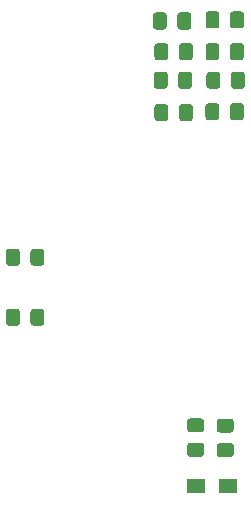
<source format=gbp>
G04 #@! TF.GenerationSoftware,KiCad,Pcbnew,(5.1.12)-1*
G04 #@! TF.CreationDate,2022-07-24T10:45:22+02:00*
G04 #@! TF.ProjectId,telemetria tyl,74656c65-6d65-4747-9269-612074796c2e,rev?*
G04 #@! TF.SameCoordinates,Original*
G04 #@! TF.FileFunction,Paste,Bot*
G04 #@! TF.FilePolarity,Positive*
%FSLAX46Y46*%
G04 Gerber Fmt 4.6, Leading zero omitted, Abs format (unit mm)*
G04 Created by KiCad (PCBNEW (5.1.12)-1) date 2022-07-24 10:45:22*
%MOMM*%
%LPD*%
G01*
G04 APERTURE LIST*
%ADD10R,1.500000X1.200000*%
G04 APERTURE END LIST*
G36*
G01*
X175912800Y-132950800D02*
X174962800Y-132950800D01*
G75*
G02*
X174712800Y-132700800I0J250000D01*
G01*
X174712800Y-132025800D01*
G75*
G02*
X174962800Y-131775800I250000J0D01*
G01*
X175912800Y-131775800D01*
G75*
G02*
X176162800Y-132025800I0J-250000D01*
G01*
X176162800Y-132700800D01*
G75*
G02*
X175912800Y-132950800I-250000J0D01*
G01*
G37*
G36*
G01*
X175912800Y-135025800D02*
X174962800Y-135025800D01*
G75*
G02*
X174712800Y-134775800I0J250000D01*
G01*
X174712800Y-134100800D01*
G75*
G02*
X174962800Y-133850800I250000J0D01*
G01*
X175912800Y-133850800D01*
G75*
G02*
X176162800Y-134100800I0J-250000D01*
G01*
X176162800Y-134775800D01*
G75*
G02*
X175912800Y-135025800I-250000J0D01*
G01*
G37*
G36*
G01*
X173398200Y-135000400D02*
X172448200Y-135000400D01*
G75*
G02*
X172198200Y-134750400I0J250000D01*
G01*
X172198200Y-134075400D01*
G75*
G02*
X172448200Y-133825400I250000J0D01*
G01*
X173398200Y-133825400D01*
G75*
G02*
X173648200Y-134075400I0J-250000D01*
G01*
X173648200Y-134750400D01*
G75*
G02*
X173398200Y-135000400I-250000J0D01*
G01*
G37*
G36*
G01*
X173398200Y-132925400D02*
X172448200Y-132925400D01*
G75*
G02*
X172198200Y-132675400I0J250000D01*
G01*
X172198200Y-132000400D01*
G75*
G02*
X172448200Y-131750400I250000J0D01*
G01*
X173398200Y-131750400D01*
G75*
G02*
X173648200Y-132000400I0J-250000D01*
G01*
X173648200Y-132675400D01*
G75*
G02*
X173398200Y-132925400I-250000J0D01*
G01*
G37*
G36*
G01*
X156871000Y-123665000D02*
X156871000Y-122715000D01*
G75*
G02*
X157121000Y-122465000I250000J0D01*
G01*
X157796000Y-122465000D01*
G75*
G02*
X158046000Y-122715000I0J-250000D01*
G01*
X158046000Y-123665000D01*
G75*
G02*
X157796000Y-123915000I-250000J0D01*
G01*
X157121000Y-123915000D01*
G75*
G02*
X156871000Y-123665000I0J250000D01*
G01*
G37*
G36*
G01*
X158946000Y-123665000D02*
X158946000Y-122715000D01*
G75*
G02*
X159196000Y-122465000I250000J0D01*
G01*
X159871000Y-122465000D01*
G75*
G02*
X160121000Y-122715000I0J-250000D01*
G01*
X160121000Y-123665000D01*
G75*
G02*
X159871000Y-123915000I-250000J0D01*
G01*
X159196000Y-123915000D01*
G75*
G02*
X158946000Y-123665000I0J250000D01*
G01*
G37*
G36*
G01*
X158946000Y-118585000D02*
X158946000Y-117635000D01*
G75*
G02*
X159196000Y-117385000I250000J0D01*
G01*
X159871000Y-117385000D01*
G75*
G02*
X160121000Y-117635000I0J-250000D01*
G01*
X160121000Y-118585000D01*
G75*
G02*
X159871000Y-118835000I-250000J0D01*
G01*
X159196000Y-118835000D01*
G75*
G02*
X158946000Y-118585000I0J250000D01*
G01*
G37*
G36*
G01*
X156871000Y-118585000D02*
X156871000Y-117635000D01*
G75*
G02*
X157121000Y-117385000I250000J0D01*
G01*
X157796000Y-117385000D01*
G75*
G02*
X158046000Y-117635000I0J-250000D01*
G01*
X158046000Y-118585000D01*
G75*
G02*
X157796000Y-118835000I-250000J0D01*
G01*
X157121000Y-118835000D01*
G75*
G02*
X156871000Y-118585000I0J250000D01*
G01*
G37*
G36*
G01*
X175840501Y-101186000D02*
X175840501Y-100236000D01*
G75*
G02*
X176090501Y-99986000I250000J0D01*
G01*
X176765501Y-99986000D01*
G75*
G02*
X177015501Y-100236000I0J-250000D01*
G01*
X177015501Y-101186000D01*
G75*
G02*
X176765501Y-101436000I-250000J0D01*
G01*
X176090501Y-101436000D01*
G75*
G02*
X175840501Y-101186000I0J250000D01*
G01*
G37*
G36*
G01*
X173765501Y-101186000D02*
X173765501Y-100236000D01*
G75*
G02*
X174015501Y-99986000I250000J0D01*
G01*
X174690501Y-99986000D01*
G75*
G02*
X174940501Y-100236000I0J-250000D01*
G01*
X174940501Y-101186000D01*
G75*
G02*
X174690501Y-101436000I-250000J0D01*
G01*
X174015501Y-101436000D01*
G75*
G02*
X173765501Y-101186000I0J250000D01*
G01*
G37*
G36*
G01*
X172630500Y-102649000D02*
X172630500Y-103599000D01*
G75*
G02*
X172380500Y-103849000I-250000J0D01*
G01*
X171705500Y-103849000D01*
G75*
G02*
X171455500Y-103599000I0J250000D01*
G01*
X171455500Y-102649000D01*
G75*
G02*
X171705500Y-102399000I250000J0D01*
G01*
X172380500Y-102399000D01*
G75*
G02*
X172630500Y-102649000I0J-250000D01*
G01*
G37*
G36*
G01*
X170555500Y-102649000D02*
X170555500Y-103599000D01*
G75*
G02*
X170305500Y-103849000I-250000J0D01*
G01*
X169630500Y-103849000D01*
G75*
G02*
X169380500Y-103599000I0J250000D01*
G01*
X169380500Y-102649000D01*
G75*
G02*
X169630500Y-102399000I250000J0D01*
G01*
X170305500Y-102399000D01*
G75*
G02*
X170555500Y-102649000I0J-250000D01*
G01*
G37*
G36*
G01*
X173765501Y-98489999D02*
X173765501Y-97539999D01*
G75*
G02*
X174015501Y-97289999I250000J0D01*
G01*
X174690501Y-97289999D01*
G75*
G02*
X174940501Y-97539999I0J-250000D01*
G01*
X174940501Y-98489999D01*
G75*
G02*
X174690501Y-98739999I-250000J0D01*
G01*
X174015501Y-98739999D01*
G75*
G02*
X173765501Y-98489999I0J250000D01*
G01*
G37*
G36*
G01*
X175840501Y-98489999D02*
X175840501Y-97539999D01*
G75*
G02*
X176090501Y-97289999I250000J0D01*
G01*
X176765501Y-97289999D01*
G75*
G02*
X177015501Y-97539999I0J-250000D01*
G01*
X177015501Y-98489999D01*
G75*
G02*
X176765501Y-98739999I-250000J0D01*
G01*
X176090501Y-98739999D01*
G75*
G02*
X175840501Y-98489999I0J250000D01*
G01*
G37*
G36*
G01*
X172567000Y-97632500D02*
X172567000Y-98582500D01*
G75*
G02*
X172317000Y-98832500I-250000J0D01*
G01*
X171642000Y-98832500D01*
G75*
G02*
X171392000Y-98582500I0J250000D01*
G01*
X171392000Y-97632500D01*
G75*
G02*
X171642000Y-97382500I250000J0D01*
G01*
X172317000Y-97382500D01*
G75*
G02*
X172567000Y-97632500I0J-250000D01*
G01*
G37*
G36*
G01*
X170492000Y-97632500D02*
X170492000Y-98582500D01*
G75*
G02*
X170242000Y-98832500I-250000J0D01*
G01*
X169567000Y-98832500D01*
G75*
G02*
X169317000Y-98582500I0J250000D01*
G01*
X169317000Y-97632500D01*
G75*
G02*
X169567000Y-97382500I250000J0D01*
G01*
X170242000Y-97382500D01*
G75*
G02*
X170492000Y-97632500I0J-250000D01*
G01*
G37*
G36*
G01*
X175837000Y-106266000D02*
X175837000Y-105316000D01*
G75*
G02*
X176087000Y-105066000I250000J0D01*
G01*
X176762000Y-105066000D01*
G75*
G02*
X177012000Y-105316000I0J-250000D01*
G01*
X177012000Y-106266000D01*
G75*
G02*
X176762000Y-106516000I-250000J0D01*
G01*
X176087000Y-106516000D01*
G75*
G02*
X175837000Y-106266000I0J250000D01*
G01*
G37*
G36*
G01*
X173762000Y-106266000D02*
X173762000Y-105316000D01*
G75*
G02*
X174012000Y-105066000I250000J0D01*
G01*
X174687000Y-105066000D01*
G75*
G02*
X174937000Y-105316000I0J-250000D01*
G01*
X174937000Y-106266000D01*
G75*
G02*
X174687000Y-106516000I-250000J0D01*
G01*
X174012000Y-106516000D01*
G75*
G02*
X173762000Y-106266000I0J250000D01*
G01*
G37*
G36*
G01*
X173847000Y-103599000D02*
X173847000Y-102649000D01*
G75*
G02*
X174097000Y-102399000I250000J0D01*
G01*
X174772000Y-102399000D01*
G75*
G02*
X175022000Y-102649000I0J-250000D01*
G01*
X175022000Y-103599000D01*
G75*
G02*
X174772000Y-103849000I-250000J0D01*
G01*
X174097000Y-103849000D01*
G75*
G02*
X173847000Y-103599000I0J250000D01*
G01*
G37*
G36*
G01*
X175922000Y-103599000D02*
X175922000Y-102649000D01*
G75*
G02*
X176172000Y-102399000I250000J0D01*
G01*
X176847000Y-102399000D01*
G75*
G02*
X177097000Y-102649000I0J-250000D01*
G01*
X177097000Y-103599000D01*
G75*
G02*
X176847000Y-103849000I-250000J0D01*
G01*
X176172000Y-103849000D01*
G75*
G02*
X175922000Y-103599000I0J250000D01*
G01*
G37*
G36*
G01*
X170619000Y-100236000D02*
X170619000Y-101186000D01*
G75*
G02*
X170369000Y-101436000I-250000J0D01*
G01*
X169694000Y-101436000D01*
G75*
G02*
X169444000Y-101186000I0J250000D01*
G01*
X169444000Y-100236000D01*
G75*
G02*
X169694000Y-99986000I250000J0D01*
G01*
X170369000Y-99986000D01*
G75*
G02*
X170619000Y-100236000I0J-250000D01*
G01*
G37*
G36*
G01*
X172694000Y-100236000D02*
X172694000Y-101186000D01*
G75*
G02*
X172444000Y-101436000I-250000J0D01*
G01*
X171769000Y-101436000D01*
G75*
G02*
X171519000Y-101186000I0J250000D01*
G01*
X171519000Y-100236000D01*
G75*
G02*
X171769000Y-99986000I250000J0D01*
G01*
X172444000Y-99986000D01*
G75*
G02*
X172694000Y-100236000I0J-250000D01*
G01*
G37*
G36*
G01*
X172694001Y-105387499D02*
X172694001Y-106337499D01*
G75*
G02*
X172444001Y-106587499I-250000J0D01*
G01*
X171769001Y-106587499D01*
G75*
G02*
X171519001Y-106337499I0J250000D01*
G01*
X171519001Y-105387499D01*
G75*
G02*
X171769001Y-105137499I250000J0D01*
G01*
X172444001Y-105137499D01*
G75*
G02*
X172694001Y-105387499I0J-250000D01*
G01*
G37*
G36*
G01*
X170619001Y-105387499D02*
X170619001Y-106337499D01*
G75*
G02*
X170369001Y-106587499I-250000J0D01*
G01*
X169694001Y-106587499D01*
G75*
G02*
X169444001Y-106337499I0J250000D01*
G01*
X169444001Y-105387499D01*
G75*
G02*
X169694001Y-105137499I250000J0D01*
G01*
X170369001Y-105137499D01*
G75*
G02*
X170619001Y-105387499I0J-250000D01*
G01*
G37*
D10*
X172995600Y-137464800D03*
X175695600Y-137464800D03*
M02*

</source>
